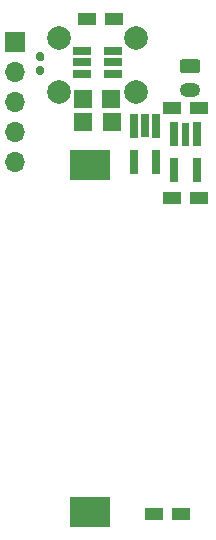
<source format=gbr>
G04 #@! TF.GenerationSoftware,KiCad,Pcbnew,(5.1.9)-1*
G04 #@! TF.CreationDate,2021-03-01T14:16:03+01:00*
G04 #@! TF.ProjectId,button timer v1.2.3_[Coin_Cell&LIPO][TPL5111],62757474-6f6e-4207-9469-6d6572207631,rev?*
G04 #@! TF.SameCoordinates,Original*
G04 #@! TF.FileFunction,Soldermask,Bot*
G04 #@! TF.FilePolarity,Negative*
%FSLAX46Y46*%
G04 Gerber Fmt 4.6, Leading zero omitted, Abs format (unit mm)*
G04 Created by KiCad (PCBNEW (5.1.9)-1) date 2021-03-01 14:16:03*
%MOMM*%
%LPD*%
G01*
G04 APERTURE LIST*
%ADD10O,1.750000X1.200000*%
%ADD11C,2.000000*%
%ADD12O,1.700000X1.700000*%
%ADD13R,1.700000X1.700000*%
%ADD14R,1.500000X1.100000*%
%ADD15R,0.650000X2.000000*%
%ADD16C,0.150000*%
%ADD17R,1.500000X0.650000*%
%ADD18R,1.500000X1.500000*%
%ADD19R,3.510000X2.540000*%
G04 APERTURE END LIST*
D10*
G04 #@! TO.C,BT2*
X134269480Y-57686960D03*
G36*
G01*
X133644479Y-55086960D02*
X134894481Y-55086960D01*
G75*
G02*
X135144480Y-55336959I0J-249999D01*
G01*
X135144480Y-56036961D01*
G75*
G02*
X134894481Y-56286960I-249999J0D01*
G01*
X133644479Y-56286960D01*
G75*
G02*
X133394480Y-56036961I0J249999D01*
G01*
X133394480Y-55336959D01*
G75*
G02*
X133644479Y-55086960I249999J0D01*
G01*
G37*
G04 #@! TD*
G04 #@! TO.C,C4*
G36*
G01*
X121715000Y-55260000D02*
X121405000Y-55260000D01*
G75*
G02*
X121250000Y-55105000I0J155000D01*
G01*
X121250000Y-54680000D01*
G75*
G02*
X121405000Y-54525000I155000J0D01*
G01*
X121715000Y-54525000D01*
G75*
G02*
X121870000Y-54680000I0J-155000D01*
G01*
X121870000Y-55105000D01*
G75*
G02*
X121715000Y-55260000I-155000J0D01*
G01*
G37*
G36*
G01*
X121715000Y-56395000D02*
X121405000Y-56395000D01*
G75*
G02*
X121250000Y-56240000I0J155000D01*
G01*
X121250000Y-55815000D01*
G75*
G02*
X121405000Y-55660000I155000J0D01*
G01*
X121715000Y-55660000D01*
G75*
G02*
X121870000Y-55815000I0J-155000D01*
G01*
X121870000Y-56240000D01*
G75*
G02*
X121715000Y-56395000I-155000J0D01*
G01*
G37*
G04 #@! TD*
D11*
G04 #@! TO.C,SW1*
X129690000Y-53340000D03*
X129690000Y-57840000D03*
X123190000Y-53340000D03*
X123190000Y-57840000D03*
G04 #@! TD*
D12*
G04 #@! TO.C,J1*
X119456200Y-63830200D03*
X119456200Y-61290200D03*
X119456200Y-58750200D03*
X119456200Y-56210200D03*
D13*
X119456200Y-53670200D03*
G04 #@! TD*
D14*
G04 #@! TO.C,C5*
X125542560Y-51733800D03*
X127842560Y-51733800D03*
G04 #@! TD*
D15*
G04 #@! TO.C,U1*
X129484080Y-63770640D03*
X131384080Y-63770640D03*
X131384080Y-60720640D03*
D16*
G36*
X130109080Y-59720640D02*
G01*
X130759080Y-59720640D01*
X130759080Y-61720640D01*
X130109080Y-61720640D01*
X130109080Y-59720640D01*
G37*
D15*
X129484080Y-60720640D03*
G04 #@! TD*
D14*
G04 #@! TO.C,C1*
X132750000Y-59250000D03*
X135050000Y-59250000D03*
G04 #@! TD*
D17*
G04 #@! TO.C,U3*
X125100000Y-55360000D03*
X125100000Y-54410000D03*
X125100000Y-56310000D03*
X127700000Y-56310000D03*
X127700000Y-55360000D03*
X127700000Y-54410000D03*
G04 #@! TD*
D15*
G04 #@! TO.C,U2*
X132933400Y-64517400D03*
X134833400Y-64517400D03*
X134833400Y-61467400D03*
D16*
G36*
X133558400Y-60467400D02*
G01*
X134208400Y-60467400D01*
X134208400Y-62467400D01*
X133558400Y-62467400D01*
X133558400Y-60467400D01*
G37*
D15*
X132933400Y-61467400D03*
G04 #@! TD*
D18*
G04 #@! TO.C,R8*
X125180000Y-58440000D03*
X127580000Y-58440000D03*
G04 #@! TD*
G04 #@! TO.C,R7*
X125225000Y-60400000D03*
X127625000Y-60400000D03*
G04 #@! TD*
D14*
G04 #@! TO.C,C3*
X135058800Y-66878200D03*
X132758800Y-66878200D03*
G04 #@! TD*
G04 #@! TO.C,C2*
X133534800Y-93599000D03*
X131234800Y-93599000D03*
G04 #@! TD*
D19*
G04 #@! TO.C,BT1*
X125780800Y-93444200D03*
X125780800Y-64084200D03*
G04 #@! TD*
M02*

</source>
